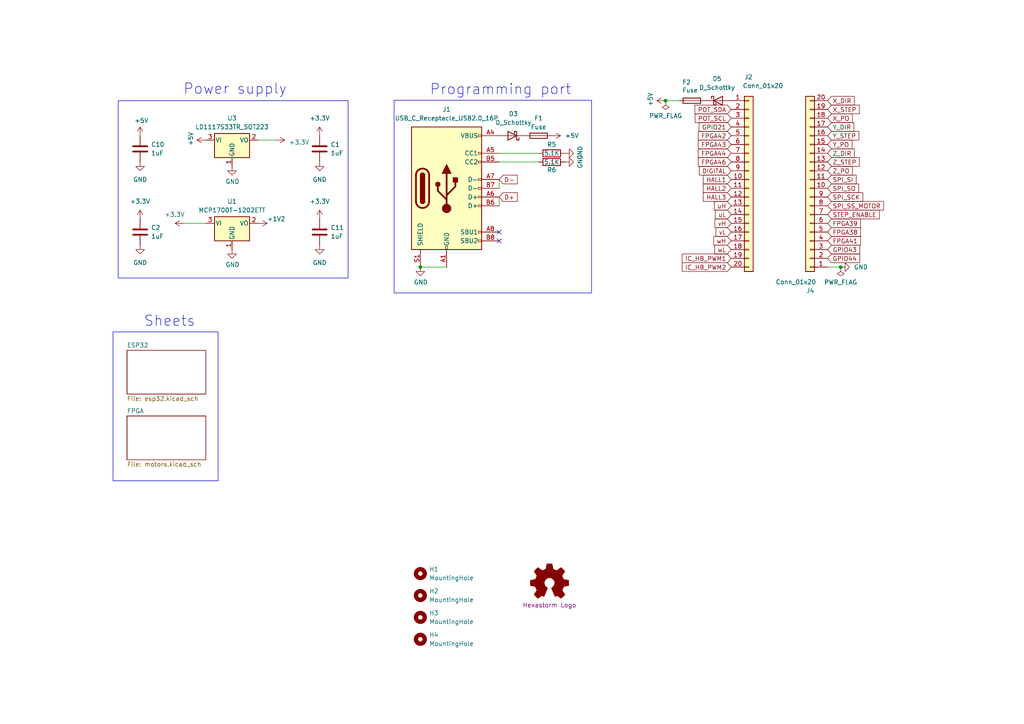
<source format=kicad_sch>
(kicad_sch (version 20231120) (generator "eeschema") (generator_version "8.0")
  (paper "A4")
  (title_block (title "Firestarter ") (date "2024-07-25") (company "Hexastorm") (comment 1 "v1"))
  (lib_symbols
    (symbol "Connector:USB_C_Receptacle_USB2.0_16P" (pin_names (offset 1.016))
      (property "Reference" "J" (at 0 22.225 0))
      (property "Value" "USB_C_Receptacle_USB2.0_16P" (at 0 19.685 0))
      (symbol "USB_C_Receptacle_USB2.0_16P_0_0"
        (rectangle (start -0.254 -17.78) (end 0.254 -16.764))
        (rectangle (start 10.16 -14.986) (end 9.144 -15.494))
        (rectangle (start 10.16 -12.446) (end 9.144 -12.954))
        (rectangle (start 10.16 -4.826) (end 9.144 -5.334))
        (rectangle (start 10.16 -2.286) (end 9.144 -2.794))
        (rectangle (start 10.16 0.254) (end 9.144 -0.254))
        (rectangle (start 10.16 2.794) (end 9.144 2.286))
        (rectangle (start 10.16 7.874) (end 9.144 7.366))
        (rectangle (start 10.16 10.414) (end 9.144 9.906))
        (rectangle (start 10.16 15.494) (end 9.144 14.986))
      )
      (symbol "USB_C_Receptacle_USB2.0_16P_0_1"
        (rectangle (start -10.16 17.78) (end 10.16 -17.78) (stroke (width 0.254)) (fill (type background)))
        (arc (start -8.89 -3.81) (mid -6.985 -5.7067) (end -5.08 -3.81) (stroke (width 0.508)))
        (arc (start -7.62 -3.81) (mid -6.985 -4.4423) (end -6.35 -3.81) (stroke (width 0.254)))
        (arc (start -7.62 -3.81) (mid -6.985 -4.4423) (end -6.35 -3.81) (stroke (width 0.254)) (fill (type outline)))
        (rectangle (start -7.62 -3.81) (end -6.35 3.81) (stroke (width 0.254)) (fill (type outline)))
        (arc (start -6.35 3.81) (mid -6.985 4.4423) (end -7.62 3.81) (stroke (width 0.254)))
        (arc (start -6.35 3.81) (mid -6.985 4.4423) (end -7.62 3.81) (stroke (width 0.254)) (fill (type outline)))
        (arc (start -5.08 3.81) (mid -6.985 5.7067) (end -8.89 3.81) (stroke (width 0.508)))
        (circle (center -2.54 1.143) (radius 0.635) (stroke (width 0.254)) (fill (type outline)))
        (circle (center 0 -5.842) (radius 1.27) (fill (type outline)))
        (polyline (pts (xy -8.89 -3.81) (xy -8.89 3.81)) (stroke (width 0.508)))
        (polyline (pts (xy -5.08 3.81) (xy -5.08 -3.81)) (stroke (width 0.508)))
        (polyline (pts (xy 0 -5.842) (xy 0 4.318)) (stroke (width 0.508)))
        (polyline (pts (xy 0 -3.302) (xy -2.54 -0.762) (xy -2.54 0.508)) (stroke (width 0.508)))
        (polyline (pts (xy 0 -2.032) (xy 2.54 0.508) (xy 2.54 1.778)) (stroke (width 0.508)))
        (polyline (pts (xy -1.27 4.318) (xy 0 6.858) (xy 1.27 4.318) (xy -1.27 4.318)) (stroke (width 0.254)) (fill (type outline)))
        (rectangle (start 1.905 1.778) (end 3.175 3.048) (stroke (width 0.254)) (fill (type outline)))
      )
      (symbol "USB_C_Receptacle_USB2.0_16P_1_1"
        (pin passive line (at 0 -22.86 90) (length 5.08) (name "GND") (number "A1"))
        (pin passive line (at 0 -22.86 90) (length 5.08) hide (name "GND") (number "A12"))
        (pin passive line (at 15.24 15.24 180) (length 5.08) (name "VBUS") (number "A4"))
        (pin bidirectional line (at 15.24 10.16 180) (length 5.08) (name "CC1") (number "A5"))
        (pin bidirectional line (at 15.24 -2.54 180) (length 5.08) (name "D+") (number "A6"))
        (pin bidirectional line (at 15.24 2.54 180) (length 5.08) (name "D-") (number "A7"))
        (pin bidirectional line (at 15.24 -12.7 180) (length 5.08) (name "SBU1") (number "A8"))
        (pin passive line (at 15.24 15.24 180) (length 5.08) hide (name "VBUS") (number "A9"))
        (pin passive line (at 0 -22.86 90) (length 5.08) hide (name "GND") (number "B1"))
        (pin passive line (at 0 -22.86 90) (length 5.08) hide (name "GND") (number "B12"))
        (pin passive line (at 15.24 15.24 180) (length 5.08) hide (name "VBUS") (number "B4"))
        (pin bidirectional line (at 15.24 7.62 180) (length 5.08) (name "CC2") (number "B5"))
        (pin bidirectional line (at 15.24 -5.08 180) (length 5.08) (name "D+") (number "B6"))
        (pin bidirectional line (at 15.24 0 180) (length 5.08) (name "D-") (number "B7"))
        (pin bidirectional line (at 15.24 -15.24 180) (length 5.08) (name "SBU2") (number "B8"))
        (pin passive line (at 15.24 15.24 180) (length 5.08) hide (name "VBUS") (number "B9"))
        (pin passive line (at -7.62 -22.86 90) (length 5.08) (name "SHIELD") (number "S1"))
      )
    )
    (symbol "Connector_Generic:Conn_01x20" (pin_names (offset 1.016) hide)
      (property "Reference" "J" (at 0 25.4 0))
      (property "Value" "Conn_01x20" (at 0 -27.94 0))
      (symbol "Conn_01x20_1_1"
        (rectangle (start -1.27 -25.273) (end 0 -25.527) (stroke (width 0.1524)))
        (rectangle (start -1.27 -22.733) (end 0 -22.987) (stroke (width 0.1524)))
        (rectangle (start -1.27 -20.193) (end 0 -20.447) (stroke (width 0.1524)))
        (rectangle (start -1.27 -17.653) (end 0 -17.907) (stroke (width 0.1524)))
        (rectangle (start -1.27 -15.113) (end 0 -15.367) (stroke (width 0.1524)))
        (rectangle (start -1.27 -12.573) (end 0 -12.827) (stroke (width 0.1524)))
        (rectangle (start -1.27 -10.033) (end 0 -10.287) (stroke (width 0.1524)))
        (rectangle (start -1.27 -7.493) (end 0 -7.747) (stroke (width 0.1524)))
        (rectangle (start -1.27 -4.953) (end 0 -5.207) (stroke (width 0.1524)))
        (rectangle (start -1.27 -2.413) (end 0 -2.667) (stroke (width 0.1524)))
        (rectangle (start -1.27 0.127) (end 0 -0.127) (stroke (width 0.1524)))
        (rectangle (start -1.27 2.667) (end 0 2.413) (stroke (width 0.1524)))
        (rectangle (start -1.27 5.207) (end 0 4.953) (stroke (width 0.1524)))
        (rectangle (start -1.27 7.747) (end 0 7.493) (stroke (width 0.1524)))
        (rectangle (start -1.27 10.287) (end 0 10.033) (stroke (width 0.1524)))
        (rectangle (start -1.27 12.827) (end 0 12.573) (stroke (width 0.1524)))
        (rectangle (start -1.27 15.367) (end 0 15.113) (stroke (width 0.1524)))
        (rectangle (start -1.27 17.907) (end 0 17.653) (stroke (width 0.1524)))
        (rectangle (start -1.27 20.447) (end 0 20.193) (stroke (width 0.1524)))
        (rectangle (start -1.27 22.987) (end 0 22.733) (stroke (width 0.1524)))
        (rectangle (start -1.27 24.13) (end 1.27 -26.67) (stroke (width 0.254)) (fill (type background)))
        (pin passive line (at -5.08 22.86 0) (length 3.81) (name "Pin_1") (number "1"))
        (pin passive line (at -5.08 0 0) (length 3.81) (name "Pin_10") (number "10"))
        (pin passive line (at -5.08 -2.54 0) (length 3.81) (name "Pin_11") (number "11"))
        (pin passive line (at -5.08 -5.08 0) (length 3.81) (name "Pin_12") (number "12"))
        (pin passive line (at -5.08 -7.62 0) (length 3.81) (name "Pin_13") (number "13"))
        (pin passive line (at -5.08 -10.16 0) (length 3.81) (name "Pin_14") (number "14"))
        (pin passive line (at -5.08 -12.7 0) (length 3.81) (name "Pin_15") (number "15"))
        (pin passive line (at -5.08 -15.24 0) (length 3.81) (name "Pin_16") (number "16"))
        (pin passive line (at -5.08 -17.78 0) (length 3.81) (name "Pin_17") (number "17"))
        (pin passive line (at -5.08 -20.32 0) (length 3.81) (name "Pin_18") (number "18"))
        (pin passive line (at -5.08 -22.86 0) (length 3.81) (name "Pin_19") (number "19"))
        (pin passive line (at -5.08 20.32 0) (length 3.81) (name "Pin_2") (number "2"))
        (pin passive line (at -5.08 -25.4 0) (length 3.81) (name "Pin_20") (number "20"))
        (pin passive line (at -5.08 17.78 0) (length 3.81) (name "Pin_3") (number "3"))
        (pin passive line (at -5.08 15.24 0) (length 3.81) (name "Pin_4") (number "4"))
        (pin passive line (at -5.08 12.7 0) (length 3.81) (name "Pin_5") (number "5"))
        (pin passive line (at -5.08 10.16 0) (length 3.81) (name "Pin_6") (number "6"))
        (pin passive line (at -5.08 7.62 0) (length 3.81) (name "Pin_7") (number "7"))
        (pin passive line (at -5.08 5.08 0) (length 3.81) (name "Pin_8") (number "8"))
        (pin passive line (at -5.08 2.54 0) (length 3.81) (name "Pin_9") (number "9"))
      )
    )
    (symbol "Device:C" (pin_numbers hide) (pin_names (offset 0.254))
      (property "Reference" "C" (at 0.635 2.54 0))
      (property "Value" "C" (at 0.635 -2.54 0))
      (symbol "C_0_1"
        (polyline (pts (xy -2.032 -0.762) (xy 2.032 -0.762)) (stroke (width 0.508)))
        (polyline (pts (xy -2.032 0.762) (xy 2.032 0.762)) (stroke (width 0.508)))
      )
      (symbol "C_1_1"
        (pin passive line (at 0 3.81 270) (length 2.794) (name "~") (number "1"))
        (pin passive line (at 0 -3.81 90) (length 2.794) (name "~") (number "2"))
      )
    )
    (symbol "Device:D_Schottky" (pin_numbers hide) (pin_names (offset 1.016) hide)
      (property "Reference" "D" (at 0 2.54 0))
      (property "Value" "D_Schottky" (at 0 -2.54 0))
      (symbol "D_Schottky_0_1"
        (polyline (pts (xy 1.27 0) (xy -1.27 0)))
        (polyline (pts (xy 1.27 1.27) (xy 1.27 -1.27) (xy -1.27 0) (xy 1.27 1.27)) (stroke (width 0.254)))
        (polyline (pts (xy -1.905 0.635) (xy -1.905 1.27) (xy -1.27 1.27) (xy -1.27 -1.27) (xy -0.635 -1.27) (xy -0.635 -0.635)) (stroke (width 0.254)))
      )
      (symbol "D_Schottky_1_1"
        (pin passive line (at -3.81 0 0) (length 2.54) (name "K") (number "1"))
        (pin passive line (at 3.81 0 180) (length 2.54) (name "A") (number "2"))
      )
    )
    (symbol "Device:Fuse" (pin_numbers hide) (pin_names (offset 0))
      (property "Reference" "F" (at 2.032 0 90))
      (property "Value" "Fuse" (at -1.905 0 90))
      (symbol "Fuse_0_1"
        (rectangle (start -0.762 -2.54) (end 0.762 2.54) (stroke (width 0.254)))
        (polyline (pts (xy 0 2.54) (xy 0 -2.54)))
      )
      (symbol "Fuse_1_1"
        (pin passive line (at 0 3.81 270) (length 1.27) (name "~") (number "1"))
        (pin passive line (at 0 -3.81 90) (length 1.27) (name "~") (number "2"))
      )
    )
    (symbol "Device:R" (pin_numbers hide) (pin_names (offset 0))
      (property "Reference" "R" (at 2.032 0 90))
      (property "Value" "R" (at 0 0 90))
      (symbol "R_0_1"
        (rectangle (start -1.016 -2.54) (end 1.016 2.54) (stroke (width 0.254)))
      )
      (symbol "R_1_1"
        (pin passive line (at 0 3.81 270) (length 1.27) (name "~") (number "1"))
        (pin passive line (at 0 -3.81 90) (length 1.27) (name "~") (number "2"))
      )
    )
    (symbol "Graphic:Logo_Open_Hardware_Small" (in_bom no) (on_board no)
      (symbol "Logo_Open_Hardware_Small_0_1"
        (polyline (pts (xy 3.3528 -4.3434) (xy 3.302 -4.318) (xy 3.175 -4.2418) (xy 2.9972 -4.1148) (xy 2.7686 -3.9624) (xy 2.54 -3.81) (xy 2.3622 -3.7084) (xy 2.2352 -3.6068) (xy 2.1844 -3.5814) (xy 2.159 -3.6068) (xy 2.0574 -3.6576) (xy 1.905 -3.7338) (xy 1.8034 -3.7846) (xy 1.6764 -3.8354) (xy 1.6002 -3.8354) (xy 1.6002 -3.8354) (xy 1.5494 -3.7338) (xy 1.4732 -3.5306) (xy 1.3462 -3.302) (xy 1.2446 -3.0226) (xy 1.1176 -2.7178) (xy 0.9652 -2.413) (xy 0.8636 -2.1082) (xy 0.7366 -1.8288) (xy 0.6604 -1.6256) (xy 0.6096 -1.4732) (xy 0.5842 -1.397) (xy 0.5842 -1.397) (xy 0.6604 -1.3208) (xy 0.7874 -1.2446) (xy 1.0414 -1.016) (xy 1.2954 -0.6858) (xy 1.4478 -0.3302) (xy 1.524 0.0762) (xy 1.4732 0.4572) (xy 1.3208 0.8128) (xy 1.0668 1.143) (xy 0.762 1.3716) (xy 0.4064 1.524) (xy 0 1.5748) (xy -0.381 1.5494) (xy -0.7366 1.397) (xy -1.0668 1.143) (xy -1.2192 0.9906) (xy -1.397 0.6604) (xy -1.524 0.3048) (xy -1.524 0.2286) (xy -1.4986 -0.1778) (xy -1.397 -0.5334) (xy -1.1938 -0.8636) (xy -0.9144 -1.143) (xy -0.8636 -1.1684) (xy -0.7366 -1.27) (xy -0.635 -1.3462) (xy -0.5842 -1.397) (xy -1.0668 -2.5908) (xy -1.143 -2.794) (xy -1.2954 -3.1242) (xy -1.397 -3.4036) (xy -1.4986 -3.6322) (xy -1.5748 -3.7846) (xy -1.6002 -3.8354) (xy -1.6002 -3.8354) (xy -1.651 -3.8354) (xy -1.7272 -3.81) (xy -1.905 -3.7338) (xy -2.0066 -3.683) (xy -2.1336 -3.6068) (xy -2.2098 -3.5814) (xy -2.2606 -3.6068) (xy -2.3622 -3.683) (xy -2.54 -3.81) (xy -2.7686 -3.9624) (xy -2.9718 -4.0894) (xy -3.1496 -4.2164) (xy -3.302 -4.318) (xy -3.3528 -4.3434) (xy -3.3782 -4.3434) (xy -3.429 -4.318) (xy -3.5306 -4.2164) (xy -3.7084 -4.064) (xy -3.937 -3.8354) (xy -3.9624 -3.81) (xy -4.1656 -3.6068) (xy -4.318 -3.4544) (xy -4.4196 -3.3274) (xy -4.445 -3.2766) (xy -4.445 -3.2766) (xy -4.4196 -3.2258) (xy -4.318 -3.0734) (xy -4.2164 -2.8956) (xy -4.064 -2.667) (xy -3.6576 -2.0828) (xy -3.8862 -1.5494) (xy -3.937 -1.3716) (xy -4.0386 -1.1684) (xy -4.0894 -1.0414) (xy -4.1148 -0.9652) (xy -4.191 -0.9398) (xy -4.318 -0.9144) (xy -4.5466 -0.8636) (xy -4.8006 -0.8128) (xy -5.0546 -0.7874) (xy -5.2578 -0.7366) (xy -5.4356 -0.7112) (xy -5.5118 -0.6858) (xy -5.5118 -0.6858) (xy -5.5372 -0.635) (xy -5.5372 -0.5588) (xy -5.5372 -0.4318) (xy -5.5626 -0.2286) (xy -5.5626 0.0762) (xy -5.5626 0.127) (xy -5.5372 0.4064) (xy -5.5372 0.635) (xy -5.5372 0.762) (xy -5.5372 0.8382) (xy -5.5372 0.8382) (xy -5.461 0.8382) (xy -5.3086 0.889) (xy -5.08 0.9144) (xy -4.826 0.9652) (xy -4.8006 0.9906) (xy -4.5466 1.0414) (xy -4.318 1.0668) (xy -4.1656 1.1176) (xy -4.0894 1.143) (xy -4.0894 1.143) (xy -4.0386 1.2446) (xy -3.9624 1.4224) (xy -3.8608 1.6256) (xy -3.7846 1.8288) (xy -3.7084 2.0066) (xy -3.6576 2.159) (xy -3.6322 2.2098) (xy -3.6322 2.2098) (xy -3.683 2.286) (xy -3.7592 2.413) (xy -3.8862 2.5908) (xy -4.064 2.8194) (xy -4.064 2.8448) (xy -4.2164 3.0734) (xy -4.3434 3.2512) (xy -4.4196 3.3782) (xy -4.445 3.4544) (xy -4.445 3.4544) (xy -4.3942 3.5052) (xy -4.2926 3.6322) (xy -4.1148 3.81) (xy -3.937 4.0132) (xy -3.8608 4.064) (xy -3.6576 4.2926) (xy -3.5052 4.4196) (xy -3.4036 4.4958) (xy -3.3528 4.5212) (xy -3.3528 4.5212) (xy -3.302 4.4704) (xy -3.1496 4.3688) (xy -2.9718 4.2418) (xy -2.7432 4.0894) (xy -2.7178 4.0894) (xy -2.4892 3.937) (xy -2.3114 3.81) (xy -2.1844 3.7084) (xy -2.1336 3.683) (xy -2.1082 3.683) (xy -2.032 3.7084) (xy -1.8542 3.7592) (xy -1.6764 3.8354) (xy -1.4732 3.937) (xy -1.27 4.0132) (xy -1.143 4.064) (xy -1.0668 4.1148) (xy -1.0668 4.1148) (xy -1.0414 4.191) (xy -1.016 4.3434) (xy -0.9652 4.572) (xy -0.9144 4.8514) (xy -0.889 4.9022) (xy -0.8382 5.1562) (xy -0.8128 5.3848) (xy -0.7874 5.5372) (xy -0.762 5.588) (xy -0.7112 5.6134) (xy -0.5842 5.6134) (xy -0.4064 5.6134) (xy -0.1524 5.6134) (xy 0.0762 5.6134) (xy 0.3302 5.6134) (xy 0.5334 5.6134) (xy 0.6858 5.588) (xy 0.7366 5.588) (xy 0.7366 5.588) (xy 0.762 5.5118) (xy 0.8128 5.334) (xy 0.8382 5.1054) (xy 0.9144 4.826) (xy 0.9144 4.7752) (xy 0.9652 4.5212) (xy 1.016 4.2926) (xy 1.0414 4.1402) (xy 1.0668 4.0894) (xy 1.0668 4.0894) (xy 1.1938 4.0386) (xy 1.3716 3.9624) (xy 1.5748 3.8608) (xy 2.0828 3.6576) (xy 2.7178 4.0894) (xy 2.7686 4.1402) (xy 2.9972 4.2926) (xy 3.175 4.4196) (xy 3.302 4.4958) (xy 3.3782 4.5212) (xy 3.3782 4.5212) (xy 3.429 4.4704) (xy 3.556 4.3434) (xy 3.7338 4.191) (xy 3.9116 3.9878) (xy 4.064 3.8354) (xy 4.2418 3.6576) (xy 4.3434 3.556) (xy 4.4196 3.4798) (xy 4.4196 3.429) (xy 4.4196 3.4036) (xy 4.3942 3.3274) (xy 4.2926 3.2004) (xy 4.1656 2.9972) (xy 4.0132 2.794) (xy 3.8862 2.5908) (xy 3.7592 2.3876) (xy 3.6576 2.2352) (xy 3.6322 2.159) (xy 3.6322 2.1336) (xy 3.683 2.0066) (xy 3.7592 1.8288) (xy 3.8608 1.6002) (xy 4.064 1.1176) (xy 4.3942 1.0414) (xy 4.5974 1.016) (xy 4.8768 0.9652) (xy 5.1308 0.9144) (xy 5.5372 0.8382) (xy 5.5626 -0.6604) (xy 5.4864 -0.6858) (xy 5.4356 -0.6858) (xy 5.2832 -0.7366) (xy 5.0546 -0.762) (xy 4.8006 -0.8128) (xy 4.5974 -0.8636) (xy 4.3688 -0.9144) (xy 4.2164 -0.9398) (xy 4.1402 -0.9398) (xy 4.1148 -0.9652) (xy 4.064 -1.0668) (xy 3.9878 -1.2446) (xy 3.9116 -1.4478) (xy 3.81 -1.651) (xy 3.7338 -1.8542) (xy 3.683 -2.0066) (xy 3.6576 -2.0828) (xy 3.683 -2.1336) (xy 3.7846 -2.2606) (xy 3.8862 -2.4638) (xy 4.0386 -2.667) (xy 4.191 -2.8956) (xy 4.318 -3.0734) (xy 4.3942 -3.2004) (xy 4.445 -3.2766) (xy 4.4196 -3.3274) (xy 4.3434 -3.429) (xy 4.1656 -3.5814) (xy 3.937 -3.8354) (xy 3.8862 -3.8608) (xy 3.683 -4.064) (xy 3.5306 -4.2164) (xy 3.4036 -4.318) (xy 3.3528 -4.3434)) (fill (type outline)))
      )
    )
    (symbol "Mechanical:MountingHole" (pin_names (offset 1.016)) (exclude_from_sim yes) (in_bom no)
      (property "Reference" "H" (at 0 5.08 0))
      (property "Value" "MountingHole" (at 0 3.175 0))
      (symbol "MountingHole_0_1"
        (circle (center 0 0) (radius 1.27) (stroke (width 1.27)))
      )
    )
    (symbol "Regulator_Linear:MCP1700x-120xxTT" (pin_names (offset 0.254))
      (property "Reference" "U" (at -3.81 3.175 0))
      (property "Value" "MCP1700x-120xxTT" (at 0 3.175 0))
      (symbol "MCP1700x-120xxTT_0_1"
        (rectangle (start -5.08 1.905) (end 5.08 -5.08) (stroke (width 0.254)) (fill (type background)))
      )
      (symbol "MCP1700x-120xxTT_1_1"
        (pin power_in line (at 0 -7.62 90) (length 2.54) (name "GND") (number "1"))
        (pin power_out line (at 7.62 0 180) (length 2.54) (name "VO") (number "2"))
        (pin power_in line (at -7.62 0 0) (length 2.54) (name "VI") (number "3"))
      )
    )
    (symbol "Regulator_Linear:MCP1700x-330xxTT" (pin_names (offset 0.254))
      (property "Reference" "U" (at -3.81 3.175 0))
      (property "Value" "MCP1700x-330xxTT" (at 0 3.175 0))
      (symbol "MCP1700x-330xxTT_0_1"
        (rectangle (start -5.08 1.905) (end 5.08 -5.08) (stroke (width 0.254)) (fill (type background)))
      )
      (symbol "MCP1700x-330xxTT_1_1"
        (pin power_in line (at 0 -7.62 90) (length 2.54) (name "GND") (number "1"))
        (pin power_out line (at 7.62 0 180) (length 2.54) (name "VO") (number "2"))
        (pin power_in line (at -7.62 0 0) (length 2.54) (name "VI") (number "3"))
      )
    )
    (symbol "power:+1V2" (power) (pin_numbers hide) (pin_names (offset 0) hide)
      (property "Value" "+1V2" (at 0 3.556 0))
      (symbol "+1V2_0_1"
        (polyline (pts (xy -0.762 1.27) (xy 0 2.54)))
        (polyline (pts (xy 0 0) (xy 0 2.54)))
        (polyline (pts (xy 0 2.54) (xy 0.762 1.27)))
      )
      (symbol "+1V2_1_1"
        (pin power_in line (at 0 0 90) (length 0) (name "~") (number "1"))
      )
    )
    (symbol "power:+3.3V" (power) (pin_numbers hide) (pin_names (offset 0) hide)
      (property "Value" "+3.3V" (at 0 3.556 0))
      (symbol "+3.3V_0_1"
        (polyline (pts (xy -0.762 1.27) (xy 0 2.54)))
        (polyline (pts (xy 0 0) (xy 0 2.54)))
        (polyline (pts (xy 0 2.54) (xy 0.762 1.27)))
      )
      (symbol "+3.3V_1_1"
        (pin power_in line (at 0 0 90) (length 0) (name "~") (number "1"))
      )
    )
    (symbol "power:+5V" (power) (pin_numbers hide) (pin_names (offset 0) hide)
      (property "Value" "+5V" (at 0 3.556 0))
      (symbol "+5V_0_1"
        (polyline (pts (xy -0.762 1.27) (xy 0 2.54)))
        (polyline (pts (xy 0 0) (xy 0 2.54)))
        (polyline (pts (xy 0 2.54) (xy 0.762 1.27)))
      )
      (symbol "+5V_1_1"
        (pin power_in line (at 0 0 90) (length 0) (name "~") (number "1"))
      )
    )
    (symbol "power:GND" (power) (pin_numbers hide) (pin_names (offset 0) hide)
      (property "Value" "GND" (at 0 -3.81 0))
      (symbol "GND_0_1"
        (polyline (pts (xy 0 0) (xy 0 -1.27) (xy 1.27 -1.27) (xy 0 -2.54) (xy -1.27 -1.27) (xy 0 -1.27)))
      )
      (symbol "GND_1_1"
        (pin power_in line (at 0 0 270) (length 0) (name "~") (number "1"))
      )
    )
    (symbol "power:PWR_FLAG" (power) (pin_numbers hide) (pin_names (offset 0) hide)
      (property "Value" "PWR_FLAG" (at 0 3.81 0))
      (symbol "PWR_FLAG_0_0"
        (pin power_out line (at 0 0 90) (length 0) (name "~") (number "1"))
      )
      (symbol "PWR_FLAG_0_1"
        (polyline (pts (xy 0 0) (xy 0 1.27) (xy -1.016 1.905) (xy 0 2.54) (xy 1.016 1.905) (xy 0 1.27)))
      )
    )
  )
  (junction (at 243.84 77.47))
  (junction (at 121.92 77.47))
  (junction (at 193.04 29.21))
  (no_connect (at 144.78 69.85))
  (no_connect (at 144.78 67.31))
  (wire (pts (xy 144.78 52.07) (xy 144.78 54.61)))
  (wire (pts (xy 144.78 44.45) (xy 156.21 44.45)))
  (wire (pts (xy 144.78 57.15) (xy 144.78 59.69)))
  (wire (pts (xy 121.92 77.47) (xy 129.54 77.47)))
  (wire (pts (xy 74.93 40.64) (xy 80.01 40.64)))
  (wire (pts (xy 144.78 46.99) (xy 156.21 46.99)))
  (wire (pts (xy 53.34 64.77) (xy 59.69 64.77)))
  (wire (pts (xy 240.03 77.47) (xy 243.84 77.47)))
  (wire (pts (xy 193.04 29.21) (xy 196.85 29.21)))
  (rectangle (start 34.29 29.21) (end 100.965 80.645))
  (rectangle (start 114.3 29.083) (end 171.577 84.963))
  (rectangle (start 32.766 96.266) (end 63.246 139.446))
  (text "Programming port" (at 124.587 27.813 0) (effects (font (size 3 3)) (justify left bottom)))
  (text "Power supply" (at 53.086 27.686 0) (effects (font (size 3 3)) (justify left bottom)))
  (text "Sheets" (at 41.656 94.996 0) (effects (font (size 3 3)) (justify left bottom)))
  (global_label "GPIO44" (shape input) (at 240.03 74.93 0) (property "Intersheetrefs" "${INTERSHEET_REFS}" (effects (hide yes))))
  (global_label "Z_PO" (shape input) (at 240.03 49.53 0) (property "Intersheetrefs" "${INTERSHEET_REFS}" (effects (hide yes))))
  (global_label "Y_DIR" (shape input) (at 240.03 36.83 0) (property "Intersheetrefs" "${INTERSHEET_REFS}" (effects (hide yes))))
  (global_label "HALL1" (shape input) (at 212.09 52.07 180) (property "Intersheetrefs" "${INTERSHEET_REFS}" (effects (hide yes))))
  (global_label "Y_PO" (shape input) (at 240.03 41.91 0) (property "Intersheetrefs" "${INTERSHEET_REFS}" (effects (hide yes))))
  (global_label "FPGA42" (shape input) (at 212.09 39.37 180) (property "Intersheetrefs" "${INTERSHEET_REFS}" (effects (hide yes))))
  (global_label "X_PO" (shape input) (at 240.03 34.29 0) (property "Intersheetrefs" "${INTERSHEET_REFS}" (effects (hide yes))))
  (global_label "uH" (shape input) (at 212.09 59.69 180) (property "Intersheetrefs" "${INTERSHEET_REFS}" (effects (hide yes))))
  (global_label "IC_HB_PWM1" (shape input) (at 212.09 74.93 180) (property "Intersheetrefs" "${INTERSHEET_REFS}" (effects (hide yes))))
  (global_label "Y_STEP" (shape input) (at 240.03 39.37 0) (property "Intersheetrefs" "${INTERSHEET_REFS}" (effects (hide yes))))
  (global_label "FPGA46" (shape input) (at 212.09 46.99 180) (property "Intersheetrefs" "${INTERSHEET_REFS}" (effects (hide yes))))
  (global_label "SPI_SI" (shape input) (at 240.03 52.07 0) (property "Intersheetrefs" "${INTERSHEET_REFS}" (effects (hide yes))))
  (global_label "D+" (shape input) (at 144.78 57.15 0) (property "Intersheetrefs" "${INTERSHEET_REFS}" (effects (hide yes))))
  (global_label "FPGA39" (shape input) (at 240.03 64.77 0) (property "Intersheetrefs" "${INTERSHEET_REFS}" (effects (hide yes))))
  (global_label "FPGA43" (shape input) (at 212.09 41.91 180) (property "Intersheetrefs" "${INTERSHEET_REFS}" (effects (hide yes))))
  (global_label "FPGA44" (shape input) (at 212.09 44.45 180) (property "Intersheetrefs" "${INTERSHEET_REFS}" (effects (hide yes))))
  (global_label "HALL3" (shape input) (at 212.09 57.15 180) (property "Intersheetrefs" "${INTERSHEET_REFS}" (effects (hide yes))))
  (global_label "Z_STEP" (shape input) (at 240.03 46.99 0) (property "Intersheetrefs" "${INTERSHEET_REFS}" (effects (hide yes))))
  (global_label "vH" (shape input) (at 212.09 64.77 180) (property "Intersheetrefs" "${INTERSHEET_REFS}" (effects (hide yes))))
  (global_label "POT_SDA" (shape input) (at 212.09 31.75 180) (property "Intersheetrefs" "${INTERSHEET_REFS}" (effects (hide yes))))
  (global_label "FPGA38" (shape input) (at 240.03 67.31 0) (property "Intersheetrefs" "${INTERSHEET_REFS}" (effects (hide yes))))
  (global_label "vL" (shape input) (at 212.09 67.31 180) (property "Intersheetrefs" "${INTERSHEET_REFS}" (effects (hide yes))))
  (global_label "D-" (shape input) (at 144.78 52.07 0) (property "Intersheetrefs" "${INTERSHEET_REFS}" (effects (hide yes))))
  (global_label "POT_SCL" (shape input) (at 212.09 34.29 180) (property "Intersheetrefs" "${INTERSHEET_REFS}" (effects (hide yes))))
  (global_label "Z_DIR" (shape input) (at 240.03 44.45 0) (property "Intersheetrefs" "${INTERSHEET_REFS}" (effects (hide yes))))
  (global_label "SPI_SO" (shape input) (at 240.03 54.61 0) (property "Intersheetrefs" "${INTERSHEET_REFS}" (effects (hide yes))))
  (global_label "uL" (shape input) (at 212.09 62.23 180) (property "Intersheetrefs" "${INTERSHEET_REFS}" (effects (hide yes))))
  (global_label "X_DIR" (shape input) (at 240.03 29.21 0) (property "Intersheetrefs" "${INTERSHEET_REFS}" (effects (hide yes))))
  (global_label "STEP_ENABLE" (shape input) (at 240.03 62.23 0) (property "Intersheetrefs" "${INTERSHEET_REFS}" (effects (hide yes))))
  (global_label "IC_HB_PWM2" (shape input) (at 212.09 77.47 180) (property "Intersheetrefs" "${INTERSHEET_REFS}" (effects (hide yes))))
  (global_label "GPIO21" (shape input) (at 212.09 36.83 180) (property "Intersheetrefs" "${INTERSHEET_REFS}" (effects (hide yes))))
  (global_label "wL" (shape input) (at 212.09 72.39 180) (property "Intersheetrefs" "${INTERSHEET_REFS}" (effects (hide yes))))
  (global_label "X_STEP" (shape input) (at 240.03 31.75 0) (property "Intersheetrefs" "${INTERSHEET_REFS}" (effects (hide yes))))
  (global_label "FPGA41" (shape input) (at 240.03 69.85 0) (property "Intersheetrefs" "${INTERSHEET_REFS}" (effects (hide yes))))
  (global_label "SPI_SCK" (shape input) (at 240.03 57.15 0) (property "Intersheetrefs" "${INTERSHEET_REFS}" (effects (hide yes))))
  (global_label "SPI_SS_MOTOR" (shape input) (at 240.03 59.69 0) (property "Intersheetrefs" "${INTERSHEET_REFS}" (effects (hide yes))))
  (global_label "wH" (shape input) (at 212.09 69.85 180) (property "Intersheetrefs" "${INTERSHEET_REFS}" (effects (hide yes))))
  (global_label "HALL2" (shape input) (at 212.09 54.61 180) (property "Intersheetrefs" "${INTERSHEET_REFS}" (effects (hide yes))))
  (global_label "DIGITAL" (shape input) (at 212.09 49.53 180) (property "Intersheetrefs" "${INTERSHEET_REFS}" (effects (hide yes))))
  (global_label "GPIO43" (shape input) (at 240.03 72.39 0) (property "Intersheetrefs" "${INTERSHEET_REFS}" (effects (hide yes))))
  (symbol (lib_id "Graphic:Logo_Open_Hardware_Small") (at 159.385 169.164 0) (unit 1) (exclude_from_sim yes)
    (property "Reference" "G1" (effects (hide yes)))
    (property "Value" "hexastorm" (effects (hide yes)))
    (property "Footprint" "footprints:hexastorm" (effects (hide yes)))
    (property "Text" "Hexastorm Logo" (at 159.385 175.514 0))
  )
  (symbol (lib_id "Device:C") (at 92.71 43.18 0) (unit 1)
    (property "Reference" "C1" (at 95.885 41.91 0) (effects (justify left)))
    (property "Value" "1uF" (at 95.885 44.45 0) (effects (justify left)))
    (property "Footprint" "Capacitor_SMD:C_0805_2012Metric_Pad1.18x1.45mm_HandSolder" (effects (hide yes)))
    (property "Farnell" "2094043" (effects (hide yes)))
    (property "Producer" "08055C105KAT2A" (effects (hide yes)))
    (property "Mouser" "581-08055C105KAT2A " (effects (hide yes)))
  )
  (symbol (lib_id "Device:C") (at 92.71 67.31 0) (unit 1)
    (property "Reference" "C11" (at 95.885 66.04 0) (effects (justify left)))
    (property "Value" "1uF" (at 95.885 68.58 0) (effects (justify left)))
    (property "Footprint" "Capacitor_SMD:C_0805_2012Metric_Pad1.18x1.45mm_HandSolder" (effects (hide yes)))
    (property "Farnell" "2094043" (effects (hide yes)))
    (property "Producer" "08055C105KAT2A" (effects (hide yes)))
    (property "Mouser" "581-08055C105KAT2A " (effects (hide yes)))
  )
  (symbol (lib_id "Device:C") (at 40.64 67.31 0) (unit 1)
    (property "Reference" "C2" (at 43.815 66.04 0) (effects (justify left)))
    (property "Value" "1uF" (at 43.815 68.58 0) (effects (justify left)))
    (property "Footprint" "Capacitor_SMD:C_0805_2012Metric_Pad1.18x1.45mm_HandSolder" (effects (hide yes)))
    (property "Farnell" "2094043" (effects (hide yes)))
    (property "Producer" "08055C105KAT2A" (effects (hide yes)))
    (property "Mouser" "581-08055C105KAT2A " (effects (hide yes)))
  )
  (symbol (lib_id "Mechanical:MountingHole") (at 121.92 172.72 0) (unit 1) (exclude_from_sim yes) (in_bom no)
    (property "Reference" "H2" (at 124.46 171.4499 0) (effects (justify left)))
    (property "Value" "MountingHole" (at 124.46 173.9899 0) (effects (justify left)))
    (property "Footprint" "MountingHole:MountingHole_3.2mm_M3" (effects (hide yes)))
    (property "Description" "Mounting Hole without connection" (effects (hide yes)))
  )
  (symbol (lib_id "power:+3.3V") (at 53.34 64.77 90) (unit 1)
    (property "Reference" "#PWR09" (effects (hide yes)))
    (property "Value" "+3.3V" (at 53.594 62.23 90) (effects (justify left)))
    (property "Description" "Power symbol creates a global label with name \"+3.3V\"" (effects (hide yes)))
  )
  (symbol (lib_id "power:+3.3V") (at 80.01 40.64 270) (unit 1)
    (property "Reference" "#PWR039" (effects (hide yes)))
    (property "Value" "+3.3V" (at 83.82 41.275 90) (effects (justify left)))
    (property "Description" "Power symbol creates a global label with name \"+3.3V\"" (effects (hide yes)))
  )
  (symbol (lib_id "Device:Fuse") (at 200.66 29.21 270) (unit 1)
    (property "Reference" "F2" (at 199.136 23.876 90))
    (property "Value" "Fuse" (at 200.152 26.162 90))
    (property "Footprint" "Fuse:Fuse_0402_1005Metric_Pad0.77x0.64mm_HandSolder" (effects (hide yes)))
    (property "Farnell" "2799448" (effects (hide yes)))
    (property "Producer" "SF-0402FP100-2" (effects (hide yes)))
    (property "Mouser" "652-SF-0402FP100-2" (effects (hide yes)))
  )
  (symbol (lib_id "power:GND") (at 163.83 44.45 90) (unit 1)
    (property "Reference" "#PWR036" (effects (hide yes)))
    (property "Value" "GND" (at 168.2242 44.323 0))
    (property "Description" "Power symbol creates a global label with name \"GND\" , ground" (effects (hide yes)))
  )
  (symbol (lib_id "Mechanical:MountingHole") (at 121.92 185.42 0) (unit 1) (exclude_from_sim yes) (in_bom no)
    (property "Reference" "H4" (at 124.46 184.1499 0) (effects (justify left)))
    (property "Value" "MountingHole" (at 124.46 186.6899 0) (effects (justify left)))
    (property "Footprint" "MountingHole:MountingHole_3.2mm_M3" (effects (hide yes)))
    (property "Description" "Mounting Hole without connection" (effects (hide yes)))
  )
  (symbol (lib_id "Mechanical:MountingHole") (at 121.92 179.07 0) (unit 1) (exclude_from_sim yes) (in_bom no)
    (property "Reference" "H3" (at 124.46 177.7999 0) (effects (justify left)))
    (property "Value" "MountingHole" (at 124.46 180.3399 0) (effects (justify left)))
    (property "Footprint" "MountingHole:MountingHole_3.2mm_M3" (effects (hide yes)))
    (property "Description" "Mounting Hole without connection" (effects (hide yes)))
  )
  (symbol (lib_id "Device:R") (at 160.02 44.45 90) (unit 1)
    (property "Reference" "R5" (at 160.02 41.91 90))
    (property "Value" "5.1K" (at 160.02 44.45 90))
    (property "Footprint" "Resistor_SMD:R_0805_2012Metric" (effects (hide yes)))
    (property "Farnell" "1469937" (effects (hide yes)))
    (property "Producer" "CRCW08055K10FKEA " (effects (hide yes)))
    (property "Mouser" "71-CRCW0805-5.1K-E3" (effects (hide yes)))
  )
  (symbol (lib_id "power:GND") (at 92.71 71.12 0) (unit 1)
    (property "Reference" "#PWR027" (effects (hide yes)))
    (property "Value" "GND" (at 92.71 76.2 0))
    (property "Description" "Power symbol creates a global label with name \"GND\" , ground" (effects (hide yes)))
  )
  (symbol (lib_id "Connector_Generic:Conn_01x20") (at 217.17 52.07 0) (unit 1)
    (property "Reference" "J2" (at 215.9 22.352 0) (effects (justify left)))
    (property "Value" "Conn_01x20" (at 215.392 24.892 0) (effects (justify left)))
    (property "Footprint" "Connector_PinHeader_2.54mm:PinHeader_1x20_P2.54mm_Vertical" (effects (hide yes)))
    (property "Description" "Generic connector, single row, 01x20, script generated (kicad-library-utils/schlib/autogen/connector/)" (effects (hide yes)))
    (property "Mouser" "649-68001-420HLF " (effects (hide yes)))
    (property "Farnell" "3881909" (effects (hide yes)))
    (property "Producer" "68001-420HLF " (effects (hide yes)))
  )
  (symbol (lib_id "power:GND") (at 67.31 48.26 0) (unit 1)
    (property "Reference" "#PWR038" (effects (hide yes)))
    (property "Value" "GND" (at 67.437 52.6542 0))
    (property "Description" "Power symbol creates a global label with name \"GND\" , ground" (effects (hide yes)))
  )
  (symbol (lib_id "Mechanical:MountingHole") (at 121.92 166.37 0) (unit 1) (exclude_from_sim yes) (in_bom no)
    (property "Reference" "H1" (at 124.46 165.0999 0) (effects (justify left)))
    (property "Value" "MountingHole" (at 124.46 167.6399 0) (effects (justify left)))
    (property "Footprint" "MountingHole:MountingHole_3.2mm_M3" (effects (hide yes)))
    (property "Description" "Mounting Hole without connection" (effects (hide yes)))
  )
  (symbol (lib_id "power:GND") (at 67.31 72.39 0) (unit 1)
    (property "Reference" "#PWR010" (effects (hide yes)))
    (property "Value" "GND" (at 67.437 76.7842 0))
    (property "Description" "Power symbol creates a global label with name \"GND\" , ground" (effects (hide yes)))
  )
  (symbol (lib_id "Regulator_Linear:MCP1700x-120xxTT") (at 67.31 64.77 0) (unit 1)
    (property "Reference" "U1" (at 67.31 58.42 0))
    (property "Value" "MCP1700T-1202ETT" (at 67.31 60.96 0))
    (property "Footprint" "Package_TO_SOT_SMD:SOT-23" (effects (hide yes)))
    (property "Datasheet" "http://ww1.microchip.com/downloads/en/DeviceDoc/20001826D.pdf" (effects (hide yes)))
    (property "Mouser" "579-MCP1700T1202E/TT" (effects (hide yes)))
    (property "Farnell" "1851940" (effects (hide yes)))
    (property "Producer" "MCP1700T-1202E/TT" (effects (hide yes)))
  )
  (symbol (lib_id "power:GND") (at 163.83 46.99 90) (unit 1)
    (property "Reference" "#PWR037" (effects (hide yes)))
    (property "Value" "GND" (at 168.2242 46.863 0))
    (property "Description" "Power symbol creates a global label with name \"GND\" , ground" (effects (hide yes)))
  )
  (symbol (lib_id "Device:R") (at 160.02 46.99 90) (unit 1)
    (property "Reference" "R6" (at 160.02 49.276 90))
    (property "Value" "5.1K" (at 160.02 46.99 90))
    (property "Footprint" "Resistor_SMD:R_0805_2012Metric" (effects (hide yes)))
    (property "Farnell" "1469937" (effects (hide yes)))
    (property "Producer" "CRCW08055K10FKEA " (effects (hide yes)))
    (property "Mouser" "71-CRCW0805-5.1K-E3" (effects (hide yes)))
  )
  (symbol (lib_id "power:+5V") (at 193.04 29.21 90) (unit 1)
    (property "Reference" "#PWR01" (effects (hide yes)))
    (property "Value" "+5V" (at 188.6458 28.829 0))
    (property "Description" "Power symbol creates a global label with name \"+5V\"" (effects (hide yes)))
  )
  (symbol (lib_id "Device:Fuse") (at 156.21 39.37 90) (unit 1)
    (property "Reference" "F1" (at 156.21 34.29 90))
    (property "Value" "Fuse" (at 156.21 36.83 90))
    (property "Footprint" "Fuse:Fuse_0402_1005Metric_Pad0.77x0.64mm_HandSolder" (effects (hide yes)))
    (property "Farnell" "2799448" (effects (hide yes)))
    (property "Producer" "SF-0402FP100-2" (effects (hide yes)))
    (property "Mouser" "652-SF-0402FP100-2" (effects (hide yes)))
  )
  (symbol (lib_id "power:+5V") (at 40.64 39.37 0) (unit 1)
    (property "Reference" "#PWR043" (effects (hide yes)))
    (property "Value" "+5V" (at 41.021 34.9758 0))
    (property "Description" "Power symbol creates a global label with name \"+5V\"" (effects (hide yes)))
  )
  (symbol (lib_id "power:PWR_FLAG") (at 193.04 29.21 180) (unit 1)
    (property "Reference" "#FLG02" (effects (hide yes)))
    (property "Value" "PWR_FLAG" (at 193.04 33.6042 0))
    (property "Description" "Special symbol for telling ERC where power comes from" (effects (hide yes)))
  )
  (symbol (lib_id "power:+3.3V") (at 92.71 39.37 0) (unit 1)
    (property "Reference" "#PWR045" (effects (hide yes)))
    (property "Value" "+3.3V" (at 92.71 34.29 0))
    (property "Description" "Power symbol creates a global label with name \"+3.3V\"" (effects (hide yes)))
  )
  (symbol (lib_id "Device:C") (at 40.64 43.18 0) (unit 1)
    (property "Reference" "C10" (at 43.815 41.91 0) (effects (justify left)))
    (property "Value" "1uF" (at 43.815 44.45 0) (effects (justify left)))
    (property "Footprint" "Capacitor_SMD:C_0805_2012Metric_Pad1.18x1.45mm_HandSolder" (effects (hide yes)))
    (property "Farnell" "2094043" (effects (hide yes)))
    (property "Producer" "08055C105KAT2A" (effects (hide yes)))
    (property "Mouser" "581-08055C105KAT2A " (effects (hide yes)))
  )
  (symbol (lib_id "power:GND") (at 243.84 77.47 90) (unit 1)
    (property "Reference" "#PWR02" (effects (hide yes)))
    (property "Value" "GND" (at 247.65 77.4699 90) (effects (justify right)))
    (property "Description" "Power symbol creates a global label with name \"GND\" , ground" (effects (hide yes)))
  )
  (symbol (lib_id "power:+5V") (at 160.02 39.37 270) (unit 1)
    (property "Reference" "#PWR03" (effects (hide yes)))
    (property "Value" "+5V" (at 163.83 39.37 90) (effects (justify left)))
    (property "Description" "Power symbol creates a global label with name \"+5V\"" (effects (hide yes)))
  )
  (symbol (lib_id "power:+3.3V") (at 40.64 63.5 0) (unit 1)
    (property "Reference" "#PWR012" (effects (hide yes)))
    (property "Value" "+3.3V" (at 40.64 58.42 0))
    (property "Description" "Power symbol creates a global label with name \"+3.3V\"" (effects (hide yes)))
  )
  (symbol (lib_id "Regulator_Linear:MCP1700x-330xxTT") (at 67.31 40.64 0) (unit 1)
    (property "Reference" "U3" (at 67.31 34.29 0))
    (property "Value" "LD1117S33TR_SOT223" (at 67.31 36.83 0))
    (property "Footprint" "Package_TO_SOT_SMD:SOT-223-3_TabPin2" (effects (hide yes)))
    (property "Datasheet" "http://www.st.com/st-web-ui/static/active/en/resource/technical/document/datasheet/CD00000544.pdf" (effects (hide yes)))
    (property "Farnell" "1467779" (effects (hide yes)))
    (property "Mouser" "511-LD1117S33C" (effects (hide yes)))
    (property "Producer" "LD1117S33CTR" (effects (hide yes)))
  )
  (symbol (lib_id "Device:D_Schottky") (at 148.59 39.37 180) (unit 1)
    (property "Reference" "D3" (at 148.9075 33.02 0))
    (property "Value" "D_Schottky" (at 148.9075 35.56 0))
    (property "Footprint" "Diode_SMD:D_SOD-323_HandSoldering" (effects (hide yes)))
    (property "Producer" "SD103AWS-E3-08" (effects (hide yes)))
    (property "Farnell" "2393466" (effects (hide yes)))
    (property "Mouser" "78-SD103AWS-HE3-18" (effects (hide yes)))
  )
  (symbol (lib_id "power:GND") (at 40.64 71.12 0) (unit 1)
    (property "Reference" "#PWR022" (effects (hide yes)))
    (property "Value" "GND" (at 40.64 76.2 0))
    (property "Description" "Power symbol creates a global label with name \"GND\" , ground" (effects (hide yes)))
  )
  (symbol (lib_id "power:GND") (at 40.64 46.99 0) (unit 1)
    (property "Reference" "#PWR042" (effects (hide yes)))
    (property "Value" "GND" (at 40.64 52.07 0))
    (property "Description" "Power symbol creates a global label with name \"GND\" , ground" (effects (hide yes)))
  )
  (symbol (lib_id "Connector_Generic:Conn_01x20") (at 234.95 54.61 180) (unit 1)
    (property "Reference" "J4" (at 236.22 84.328 0) (effects (justify left)))
    (property "Value" "Conn_01x20" (at 236.728 81.788 0) (effects (justify left)))
    (property "Footprint" "Connector_PinHeader_2.54mm:PinHeader_1x20_P2.54mm_Vertical" (effects (hide yes)))
    (property "Description" "Generic connector, single row, 01x20, script generated (kicad-library-utils/schlib/autogen/connector/)" (effects (hide yes)))
    (property "Mouser" "649-68001-420HLF " (effects (hide yes)))
    (property "Farnell" "3881909" (effects (hide yes)))
    (property "Producer" "68001-420HLF " (effects (hide yes)))
  )
  (symbol (lib_id "power:GND") (at 121.92 77.47 0) (unit 1)
    (property "Reference" "#PWR033" (effects (hide yes)))
    (property "Value" "GND" (at 122.047 81.8642 0))
    (property "Description" "Power symbol creates a global label with name \"GND\" , ground" (effects (hide yes)))
  )
  (symbol (lib_id "power:GND") (at 92.71 46.99 0) (unit 1)
    (property "Reference" "#PWR044" (effects (hide yes)))
    (property "Value" "GND" (at 92.71 52.07 0))
    (property "Description" "Power symbol creates a global label with name \"GND\" , ground" (effects (hide yes)))
  )
  (symbol (lib_id "Device:D_Schottky") (at 208.28 29.21 0) (unit 1)
    (property "Reference" "D5" (at 207.9625 22.86 0))
    (property "Value" "D_Schottky" (at 207.9625 25.4 0))
    (property "Footprint" "Diode_SMD:D_SOD-323_HandSoldering" (effects (hide yes)))
    (property "Producer" "SD103AWS-E3-08" (effects (hide yes)))
    (property "Farnell" "2393466" (effects (hide yes)))
    (property "Mouser" "78-SD103AWS-HE3-18" (effects (hide yes)))
  )
  (symbol (lib_id "power:+5V") (at 59.69 40.64 90) (unit 1)
    (property "Reference" "#PWR035" (effects (hide yes)))
    (property "Value" "+5V" (at 55.2958 40.259 0))
    (property "Description" "Power symbol creates a global label with name \"+5V\"" (effects (hide yes)))
  )
  (symbol (lib_id "power:PWR_FLAG") (at 243.84 77.47 180) (unit 1)
    (property "Reference" "#FLG03" (effects (hide yes)))
    (property "Value" "PWR_FLAG" (at 243.84 81.8642 0))
    (property "Description" "Special symbol for telling ERC where power comes from" (effects (hide yes)))
  )
  (symbol (lib_id "power:+3.3V") (at 92.71 63.5 0) (unit 1)
    (property "Reference" "#PWR024" (effects (hide yes)))
    (property "Value" "+3.3V" (at 92.71 58.42 0))
    (property "Description" "Power symbol creates a global label with name \"+3.3V\"" (effects (hide yes)))
  )
  (symbol (lib_id "power:+1V2") (at 74.93 64.77 270) (unit 1)
    (property "Reference" "#PWR011" (effects (hide yes)))
    (property "Value" "+1V2" (at 77.47 63.5 90) (effects (justify left)))
    (property "Description" "Power symbol creates a global label with name \"+1V2\"" (effects (hide yes)))
  )
  (symbol (lib_id "Connector:USB_C_Receptacle_USB2.0_16P") (at 129.54 54.61 0) (unit 1)
    (property "Reference" "J1" (at 129.54 31.75 0))
    (property "Value" "USB_C_Receptacle_USB2.0_16P" (at 129.54 34.29 0))
    (property "Footprint" "footprints:USB_C_Receptacle_GCT_USB4105-xx-A_16P_TopMnt_Horizontal" (effects (hide yes)))
    (property "Datasheet" "https://www.usb.org/sites/default/files/documents/usb_type-c.zip" (effects (hide yes)))
    (property "Description" "USB 2.0-only 16P Type-C Receptacle connector" (effects (hide yes)))
    (property "Notes" "VCONN is CC2, you need 5.1K otherwise you don't get current\\nfrom supply https://hackaday.com/2023/01/04/all-about-usb-c-resistors-and-emarkers/\\nhttps://forum.kicad.info/t/replace-micro-usb-b-receptable-with-usb-c-receptable/17671" (effects (hide yes)))
    (property "Mouser" "640-USB4105-GF-A" (effects (hide yes)))
    (property "Farnell" "3588205 " (effects (hide yes)))
    (property "Producer" "USB4105-GF-A" (effects (hide yes)))
  )
  (sheet (at 36.83 120.65) (size 22.86 12.7) (stroke (width 0.1524))
    (property "Sheetname" "FPGA" (at 36.83 119.9384 0) (effects (justify left bottom)))
    (property "Sheetfile" "motors.kicad_sch" (at 36.83 133.9346 0) (effects (justify left top)))
  )
  (sheet (at 36.83 101.6) (size 22.86 12.7) (stroke (width 0.1524))
    (property "Sheetname" "ESP32" (at 36.83 100.8884 0) (effects (justify left bottom)))
    (property "Sheetfile" "esp32.kicad_sch" (at 36.83 114.8846 0) (effects (justify left top)))
  )
)
</source>
